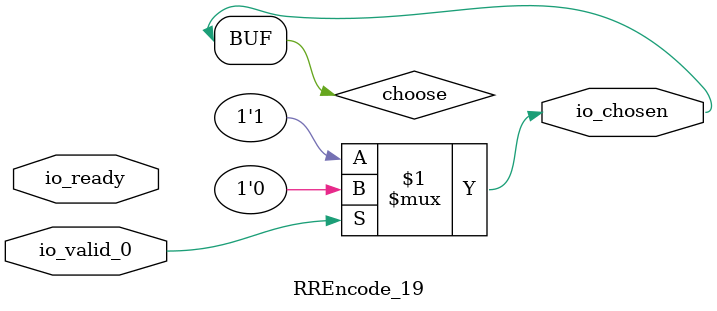
<source format=v>
module RREncode_19(
    input  io_valid_0,
    output io_chosen,
    input  io_ready);
  wire choose;
  assign io_chosen = choose;
  assign choose = io_valid_0 ? 1'h0 : 1'h1;
endmodule
</source>
